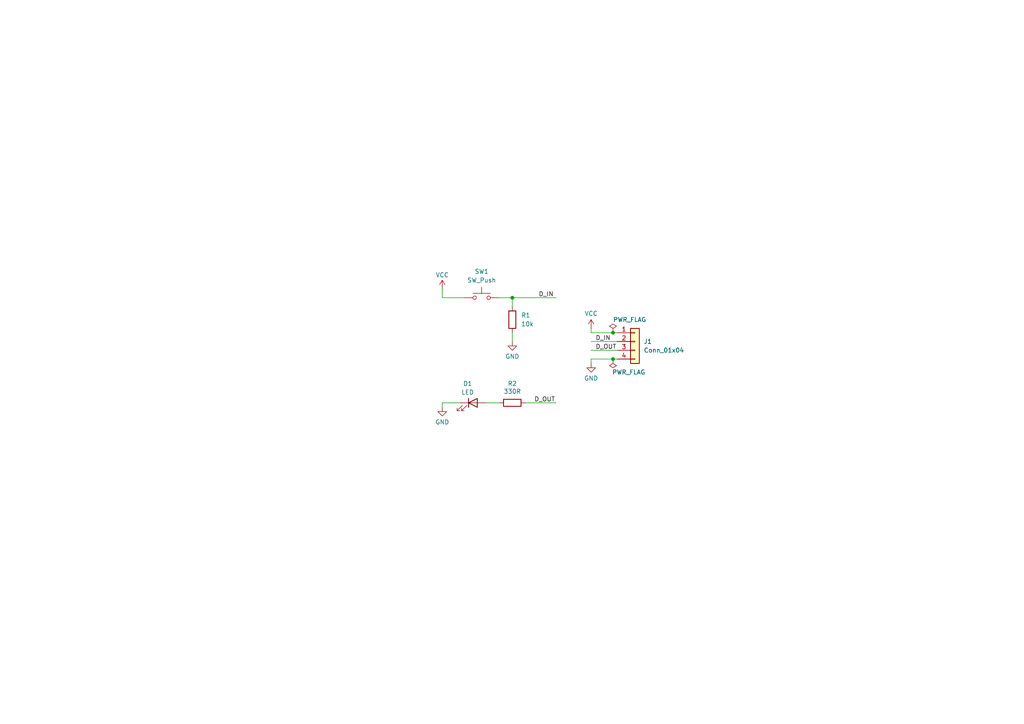
<source format=kicad_sch>
(kicad_sch (version 20250114) (generator "eeschema") (generator_version "9.0")
  (paper "A4")
  (lib_symbols
    (symbol "Connector_Generic:Conn_01x04" (pin_names (offset 1.016) (hide yes))
      (property "Reference" "J" (at 0 5.08 0))
      (property "Value" "Conn_01x04" (at 0 -7.62 0))
      (symbol "Conn_01x04_1_1"
        (rectangle (start -1.27 3.81) (end 1.27 -6.35) (stroke (width 0.254)) (fill (type background)))
        (rectangle (start -1.27 2.667) (end 0 2.413) (stroke (width 0.1524)))
        (rectangle (start -1.27 0.127) (end 0 -0.127) (stroke (width 0.1524)))
        (rectangle (start -1.27 -2.413) (end 0 -2.667) (stroke (width 0.1524)))
        (rectangle (start -1.27 -4.953) (end 0 -5.207) (stroke (width 0.1524)))
        (pin passive line (at -5.08 2.54 0) (length 3.81) (name "Pin_1") (number "1"))
        (pin passive line (at -5.08 0 0) (length 3.81) (name "Pin_2") (number "2"))
        (pin passive line (at -5.08 -2.54 0) (length 3.81) (name "Pin_3") (number "3"))
        (pin passive line (at -5.08 -5.08 0) (length 3.81) (name "Pin_4") (number "4"))
      )
    )
    (symbol "Device:LED" (pin_numbers (hide yes)) (pin_names (offset 1.016) (hide yes))
      (property "Reference" "D" (at 0 2.54 0))
      (property "Value" "LED" (at 0 -2.54 0))
      (symbol "LED_0_1"
        (polyline (pts (xy -3.048 -0.762) (xy -4.572 -2.286) (xy -3.81 -2.286) (xy -4.572 -2.286) (xy -4.572 -1.524)))
        (polyline (pts (xy -1.778 -0.762) (xy -3.302 -2.286) (xy -2.54 -2.286) (xy -3.302 -2.286) (xy -3.302 -1.524)))
        (polyline (pts (xy -1.27 0) (xy 1.27 0)))
        (polyline (pts (xy -1.27 -1.27) (xy -1.27 1.27)) (stroke (width 0.254)))
        (polyline (pts (xy 1.27 -1.27) (xy 1.27 1.27) (xy -1.27 0) (xy 1.27 -1.27)) (stroke (width 0.254)))
      )
      (symbol "LED_1_1"
        (pin passive line (at -3.81 0 0) (length 2.54) (name "K") (number "1"))
        (pin passive line (at 3.81 0 180) (length 2.54) (name "A") (number "2"))
      )
    )
    (symbol "Device:R" (pin_numbers (hide yes)) (pin_names (offset 0))
      (property "Reference" "R" (at 2.032 0 90))
      (property "Value" "R" (at 0 0 90))
      (symbol "R_0_1"
        (rectangle (start -1.016 -2.54) (end 1.016 2.54) (stroke (width 0.254)))
      )
      (symbol "R_1_1"
        (pin passive line (at 0 3.81 270) (length 1.27) (name "~") (number "1"))
        (pin passive line (at 0 -3.81 90) (length 1.27) (name "~") (number "2"))
      )
    )
    (symbol "Switch:SW_Push" (pin_numbers (hide yes)) (pin_names (offset 1.016) (hide yes))
      (property "Reference" "SW" (at 1.27 2.54 0))
      (property "Value" "SW_Push" (at 0 -1.524 0))
      (symbol "SW_Push_0_1"
        (circle (center -2.032 0) (radius 0.508))
        (polyline (pts (xy 0 1.27) (xy 0 3.048)))
        (circle (center 2.032 0) (radius 0.508))
        (polyline (pts (xy 2.54 1.27) (xy -2.54 1.27)))
        (pin passive line (at -5.08 0 0) (length 2.54) (name "1") (number "1"))
        (pin passive line (at 5.08 0 180) (length 2.54) (name "2") (number "2"))
      )
    )
    (symbol "power:GND" (power) (pin_numbers (hide yes)) (pin_names (offset 0) (hide yes))
      (property "Value" "GND" (at 0 -3.81 0))
      (symbol "GND_0_1"
        (polyline (pts (xy 0 0) (xy 0 -1.27) (xy 1.27 -1.27) (xy 0 -2.54) (xy -1.27 -1.27) (xy 0 -1.27)))
      )
      (symbol "GND_1_1"
        (pin power_in line (at 0 0 270) (length 0) (name "~") (number "1"))
      )
    )
    (symbol "power:PWR_FLAG" (power) (pin_numbers (hide yes)) (pin_names (offset 0) (hide yes))
      (property "Value" "PWR_FLAG" (at 0 3.81 0))
      (symbol "PWR_FLAG_0_0"
        (pin power_out line (at 0 0 90) (length 0) (name "~") (number "1"))
      )
      (symbol "PWR_FLAG_0_1"
        (polyline (pts (xy 0 0) (xy 0 1.27) (xy -1.016 1.905) (xy 0 2.54) (xy 1.016 1.905) (xy 0 1.27)))
      )
    )
    (symbol "power:VCC" (power) (pin_numbers (hide yes)) (pin_names (offset 0) (hide yes))
      (property "Value" "VCC" (at 0 3.556 0))
      (symbol "VCC_0_1"
        (polyline (pts (xy -0.762 1.27) (xy 0 2.54)))
        (polyline (pts (xy 0 2.54) (xy 0.762 1.27)))
        (polyline (pts (xy 0 0) (xy 0 2.54)))
      )
      (symbol "VCC_1_1"
        (pin power_in line (at 0 0 90) (length 0) (name "~") (number "1"))
      )
    )
  )
  (junction (at 177.8 104.14))
  (junction (at 148.59 86.36))
  (junction (at 177.8 96.52))
  (wire (pts (xy 128.27 86.36) (xy 128.27 83.82)))
  (wire (pts (xy 148.59 86.36) (xy 161.29 86.36)))
  (wire (pts (xy 148.59 86.36) (xy 148.59 88.9)))
  (wire (pts (xy 171.45 104.14) (xy 177.8 104.14)))
  (wire (pts (xy 171.45 99.06) (xy 179.07 99.06)))
  (wire (pts (xy 134.62 86.36) (xy 128.27 86.36)))
  (wire (pts (xy 148.59 96.52) (xy 148.59 99.06)))
  (wire (pts (xy 171.45 101.6) (xy 179.07 101.6)))
  (wire (pts (xy 171.45 96.52) (xy 177.8 96.52)))
  (wire (pts (xy 171.45 105.41) (xy 171.45 104.14)))
  (wire (pts (xy 171.45 95.25) (xy 171.45 96.52)))
  (wire (pts (xy 152.4 116.84) (xy 161.29 116.84)))
  (wire (pts (xy 133.35 116.84) (xy 128.27 116.84)))
  (wire (pts (xy 177.8 96.52) (xy 179.07 96.52)))
  (wire (pts (xy 140.97 116.84) (xy 144.78 116.84)))
  (wire (pts (xy 144.78 86.36) (xy 148.59 86.36)))
  (wire (pts (xy 177.8 104.14) (xy 179.07 104.14)))
  (wire (pts (xy 128.27 116.84) (xy 128.27 118.11)))
  (label "D_IN" (at 156.21 86.36 0))
  (label "D_IN" (at 172.72 99.06 0))
  (label "D_OUT" (at 154.94 116.84 0))
  (label "D_OUT" (at 172.72 101.6 0))
  (symbol (lib_id "power:GND") (at 171.45 105.41 0) (unit 1)
    (property "Reference" "#PWR01" (effects (hide yes)))
    (property "Value" "GND" (at 171.45 109.728 0))
    (property "Description" "Power symbol creates a global label with name \"GND\" , ground" (effects (hide yes)))
  )
  (symbol (lib_id "power:GND") (at 148.59 99.06 0) (unit 1)
    (property "Reference" "#PWR05" (effects (hide yes)))
    (property "Value" "GND" (at 148.59 103.378 0))
    (property "Description" "Power symbol creates a global label with name \"GND\" , ground" (effects (hide yes)))
  )
  (symbol (lib_id "power:VCC") (at 171.45 95.25 0) (unit 1)
    (property "Reference" "#PWR02" (effects (hide yes)))
    (property "Value" "VCC" (at 171.45 90.932 0))
    (property "Description" "Power symbol creates a global label with name \"VCC\"" (effects (hide yes)))
  )
  (symbol (lib_id "power:PWR_FLAG") (at 177.8 96.52 0) (unit 1)
    (property "Reference" "#FLG01" (effects (hide yes)))
    (property "Value" "PWR_FLAG" (at 182.626 92.71 0))
    (property "Description" "Special symbol for telling ERC where power comes from" (effects (hide yes)))
  )
  (symbol (lib_id "power:VCC") (at 128.27 83.82 0) (unit 1)
    (property "Reference" "#PWR03" (effects (hide yes)))
    (property "Value" "VCC" (at 128.27 79.756 0))
    (property "Description" "Power symbol creates a global label with name \"VCC\"" (effects (hide yes)))
  )
  (symbol (lib_id "Device:R") (at 148.59 116.84 90) (unit 1)
    (property "Reference" "R2" (at 148.59 111.252 90))
    (property "Value" "330R" (at 148.59 113.538 90))
    (property "Footprint" "Resistor_THT:R_Axial_DIN0207_L6.3mm_D2.5mm_P7.62mm_Horizontal" (effects (hide yes)))
  )
  (symbol (lib_id "Connector_Generic:Conn_01x04") (at 184.15 99.06 0) (unit 1)
    (property "Reference" "J1" (at 186.69 99.0599 0) (effects (justify left)))
    (property "Value" "Conn_01x04" (at 186.69 101.5999 0) (effects (justify left)))
    (property "Footprint" "Connector_PinHeader_2.54mm:PinHeader_1x04_P2.54mm_Vertical" (effects (hide yes)))
    (property "Description" "Generic connector, single row, 01x04, script generated (kicad-library-utils/schlib/autogen/connector/)" (effects (hide yes)))
  )
  (symbol (lib_id "Device:LED") (at 137.16 116.84 0) (unit 1)
    (property "Reference" "D1" (at 135.636 111.252 0))
    (property "Value" "LED" (at 135.636 113.792 0))
    (property "Footprint" "LED_THT:LED_D3.0mm" (effects (hide yes)))
    (property "Description" "Light emitting diode" (effects (hide yes)))
    (property "Sim.Pins" "1=K 2=A" (effects (hide yes)))
  )
  (symbol (lib_id "power:GND") (at 128.27 118.11 0) (unit 1)
    (property "Reference" "#PWR04" (effects (hide yes)))
    (property "Value" "GND" (at 128.27 122.428 0))
    (property "Description" "Power symbol creates a global label with name \"GND\" , ground" (effects (hide yes)))
  )
  (symbol (lib_id "Device:R") (at 148.59 92.71 0) (unit 1)
    (property "Reference" "R1" (at 151.13 91.4399 0) (effects (justify left)))
    (property "Value" "10k" (at 151.13 93.9799 0) (effects (justify left)))
    (property "Footprint" "Resistor_THT:R_Axial_DIN0207_L6.3mm_D2.5mm_P7.62mm_Horizontal" (effects (hide yes)))
  )
  (symbol (lib_id "power:PWR_FLAG") (at 177.8 104.14 180) (unit 1)
    (property "Reference" "#FLG02" (effects (hide yes)))
    (property "Value" "PWR_FLAG" (at 182.372 107.95 0))
    (property "Description" "Special symbol for telling ERC where power comes from" (effects (hide yes)))
  )
  (symbol (lib_id "Switch:SW_Push") (at 139.7 86.36 0) (unit 1)
    (property "Reference" "SW1" (at 139.7 78.74 0))
    (property "Value" "SW_Push" (at 139.7 81.28 0))
    (property "Footprint" "Button_Switch_THT:SW_PUSH_6mm" (effects (hide yes)))
    (property "Description" "Push button switch, generic, two pins" (effects (hide yes)))
  )
)
</source>
